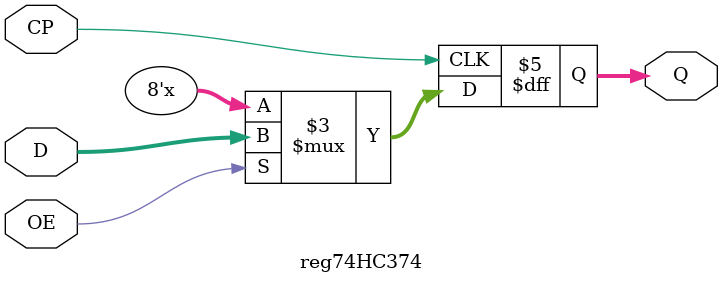
<source format=v>
module reg74HC374(
	input OE,CP,
	input [7:0] D,
	output reg [7:0] Q
);

	always @ (posedge CP)
		if(OE) Q <= D;//使能端为高电平，即~OE低电平，输出内部触发器状态
		else Q <= 8'bz;//使能端为低电平，即~OE高电平，输出高阻抗
	
endmodule
</source>
